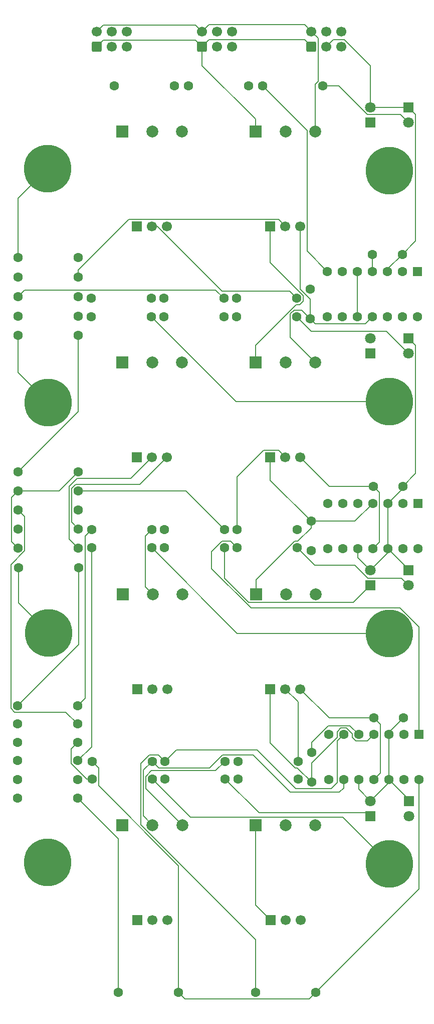
<source format=gbr>
%TF.GenerationSoftware,KiCad,Pcbnew,9.0.7*%
%TF.CreationDate,2026-02-08T19:28:40+11:00*%
%TF.ProjectId,attenuverter,61747465-6e75-4766-9572-7465722e6b69,rev?*%
%TF.SameCoordinates,Original*%
%TF.FileFunction,Copper,L2,Bot*%
%TF.FilePolarity,Positive*%
%FSLAX46Y46*%
G04 Gerber Fmt 4.6, Leading zero omitted, Abs format (unit mm)*
G04 Created by KiCad (PCBNEW 9.0.7) date 2026-02-08 19:28:40*
%MOMM*%
%LPD*%
G01*
G04 APERTURE LIST*
G04 Aperture macros list*
%AMRoundRect*
0 Rectangle with rounded corners*
0 $1 Rounding radius*
0 $2 $3 $4 $5 $6 $7 $8 $9 X,Y pos of 4 corners*
0 Add a 4 corners polygon primitive as box body*
4,1,4,$2,$3,$4,$5,$6,$7,$8,$9,$2,$3,0*
0 Add four circle primitives for the rounded corners*
1,1,$1+$1,$2,$3*
1,1,$1+$1,$4,$5*
1,1,$1+$1,$6,$7*
1,1,$1+$1,$8,$9*
0 Add four rect primitives between the rounded corners*
20,1,$1+$1,$2,$3,$4,$5,0*
20,1,$1+$1,$4,$5,$6,$7,0*
20,1,$1+$1,$6,$7,$8,$9,0*
20,1,$1+$1,$8,$9,$2,$3,0*%
G04 Aperture macros list end*
%TA.AperFunction,ComponentPad*%
%ADD10C,1.600000*%
%TD*%
%TA.AperFunction,ComponentPad*%
%ADD11R,2.000000X2.000000*%
%TD*%
%TA.AperFunction,ComponentPad*%
%ADD12C,2.000000*%
%TD*%
%TA.AperFunction,ComponentPad*%
%ADD13R,1.800000X1.800000*%
%TD*%
%TA.AperFunction,ComponentPad*%
%ADD14C,1.800000*%
%TD*%
%TA.AperFunction,ComponentPad*%
%ADD15RoundRect,0.250000X-0.550000X0.550000X-0.550000X-0.550000X0.550000X-0.550000X0.550000X0.550000X0*%
%TD*%
%TA.AperFunction,ComponentPad*%
%ADD16RoundRect,0.250000X0.600000X-0.600000X0.600000X0.600000X-0.600000X0.600000X-0.600000X-0.600000X0*%
%TD*%
%TA.AperFunction,ComponentPad*%
%ADD17C,1.700000*%
%TD*%
%TA.AperFunction,ComponentPad*%
%ADD18C,8.000000*%
%TD*%
%TA.AperFunction,ComponentPad*%
%ADD19R,1.700000X1.700000*%
%TD*%
%TA.AperFunction,Conductor*%
%ADD20C,0.200000*%
%TD*%
G04 APERTURE END LIST*
D10*
%TO.P,R18,1*%
%TO.N,Net-(J13-Pin_3)*%
X32480000Y-102800000D03*
%TO.P,R18,2*%
%TO.N,Net-(U3A--)*%
X22320000Y-102800000D03*
%TD*%
D11*
%TO.P,J10,1,Pin_1*%
%TO.N,12V*%
X62428400Y-77900000D03*
D12*
%TO.P,J10,2,Pin_2*%
%TO.N,Net-(J10-Pin_2)*%
X67508400Y-77900000D03*
%TO.P,J10,3,Pin_3*%
%TO.N,-12V*%
X72508400Y-77900000D03*
%TD*%
D10*
%TO.P,R16,1*%
%TO.N,Net-(U2C--)*%
X22200000Y-135800000D03*
%TO.P,R16,2*%
%TO.N,Net-(R16-Pad2)*%
X32360000Y-135800000D03*
%TD*%
%TO.P,C6,1*%
%TO.N,-12V*%
X82400000Y-137900000D03*
%TO.P,C6,2*%
%TO.N,GND*%
X87400000Y-137900000D03*
%TD*%
%TO.P,R7,1*%
%TO.N,Net-(U1B--)*%
X22300000Y-70100000D03*
%TO.P,R7,2*%
%TO.N,Net-(R29-Pad1)*%
X32460000Y-70100000D03*
%TD*%
%TO.P,R26,1*%
%TO.N,Net-(R23-Pad2)*%
X72580000Y-184200000D03*
%TO.P,R26,2*%
%TO.N,Net-(U3B--)*%
X62420000Y-184200000D03*
%TD*%
%TO.P,R27,1*%
%TO.N,Net-(U3B--)*%
X22220000Y-148255600D03*
%TO.P,R27,2*%
%TO.N,Net-(J18-Pin_2)*%
X32380000Y-148255600D03*
%TD*%
%TO.P,R5,1*%
%TO.N,Net-(U1B--)*%
X22300000Y-63500000D03*
%TO.P,R5,2*%
%TO.N,Net-(J6-Pin_2)*%
X32460000Y-63500000D03*
%TD*%
%TO.P,R13,1*%
%TO.N,Net-(U2B--)*%
X69500000Y-106100000D03*
%TO.P,R13,2*%
%TO.N,Net-(J10-Pin_2)*%
X59340000Y-106100000D03*
%TD*%
%TO.P,R20,1*%
%TO.N,Net-(U3A--)*%
X59440000Y-145200000D03*
%TO.P,R20,2*%
%TO.N,Net-(J14-Pin_2)*%
X69600000Y-145200000D03*
%TD*%
D13*
%TO.P,D1,1,K*%
%TO.N,GND*%
X88236400Y-34899681D03*
D14*
%TO.P,D1,2,A*%
%TO.N,Net-(D1-A)*%
X88236400Y-37439681D03*
%TD*%
D10*
%TO.P,C1,1*%
%TO.N,GND*%
X87200000Y-59700000D03*
%TO.P,C1,2*%
%TO.N,12V*%
X82200000Y-59700000D03*
%TD*%
%TO.P,R19,1*%
%TO.N,Net-(R16-Pad2)*%
X22200000Y-138900000D03*
%TO.P,R19,2*%
%TO.N,Net-(U3A--)*%
X32360000Y-138900000D03*
%TD*%
D15*
%TO.P,U2,1*%
%TO.N,Net-(J9-Pin_3)*%
X89840000Y-101680000D03*
D10*
%TO.P,U2,2,-*%
%TO.N,Net-(J9-Pin_2)*%
X87300000Y-101680000D03*
%TO.P,U2,3,+*%
%TO.N,GND*%
X84760000Y-101680000D03*
%TO.P,U2,4,V+*%
%TO.N,12V*%
X82220000Y-101680000D03*
%TO.P,U2,5,+*%
%TO.N,GND*%
X79680000Y-101680000D03*
%TO.P,U2,6,-*%
%TO.N,Net-(U2B--)*%
X77140000Y-101680000D03*
%TO.P,U2,7*%
%TO.N,Net-(R14-Pad2)*%
X74600000Y-101680000D03*
%TO.P,U2,8*%
%TO.N,Net-(R16-Pad2)*%
X74600000Y-109300000D03*
%TO.P,U2,9,-*%
%TO.N,Net-(U2C--)*%
X77140000Y-109300000D03*
%TO.P,U2,10,+*%
%TO.N,GND*%
X79680000Y-109300000D03*
%TO.P,U2,11,V-*%
%TO.N,-12V*%
X82220000Y-109300000D03*
%TO.P,U2,12,+*%
%TO.N,GND*%
X84760000Y-109300000D03*
%TO.P,U2,13,-*%
%TO.N,Net-(J13-Pin_2)*%
X87300000Y-109300000D03*
%TO.P,U2,14*%
%TO.N,Net-(J13-Pin_3)*%
X89840000Y-109300000D03*
%TD*%
%TO.P,R23,1*%
%TO.N,Net-(U3D--)*%
X39240000Y-184200000D03*
%TO.P,R23,2*%
%TO.N,Net-(R23-Pad2)*%
X49400000Y-184200000D03*
%TD*%
D13*
%TO.P,D7,1,K*%
%TO.N,GND*%
X88330800Y-151894000D03*
D14*
%TO.P,D7,2,A*%
%TO.N,Net-(D7-A)*%
X88330800Y-154434000D03*
%TD*%
D13*
%TO.P,D8,1,K*%
%TO.N,Net-(D8-K)*%
X81828400Y-154439000D03*
D14*
%TO.P,D8,2,A*%
%TO.N,GND*%
X81828400Y-151899000D03*
%TD*%
D10*
%TO.P,R39,1*%
%TO.N,Net-(R28-Pad2)*%
X47140000Y-148200000D03*
%TO.P,R39,2*%
%TO.N,Net-(D8-K)*%
X57300000Y-148200000D03*
%TD*%
D16*
%TO.P,J2,1,Pin_1*%
%TO.N,12V*%
X53386000Y-24646800D03*
D17*
%TO.P,J2,2,Pin_2*%
%TO.N,-12V*%
X53386000Y-22106800D03*
%TO.P,J2,3,Pin_3*%
%TO.N,GND*%
X55926000Y-24646800D03*
%TO.P,J2,4,Pin_4*%
X55926000Y-22106800D03*
%TO.P,J2,5,Pin_5*%
%TO.N,5V*%
X58466000Y-24646800D03*
%TO.P,J2,6,Pin_6*%
%TO.N,unconnected-(J2-Pin_6-Pad6)*%
X58466000Y-22106800D03*
%TD*%
D18*
%TO.P,J19,1,Pin_1*%
%TO.N,Net-(J19-Pin_1)*%
X85079600Y-162536138D03*
%TD*%
D10*
%TO.P,R6,1*%
%TO.N,Net-(R2-Pad2)*%
X46920000Y-67100000D03*
%TO.P,R6,2*%
%TO.N,Net-(U1B--)*%
X57080000Y-67100000D03*
%TD*%
%TO.P,R22,1*%
%TO.N,Net-(J16-Pin_1)*%
X22200000Y-151386000D03*
%TO.P,R22,2*%
%TO.N,Net-(U3D--)*%
X32360000Y-151386000D03*
%TD*%
D19*
%TO.P,RV4,1,1*%
%TO.N,12V*%
X64928400Y-93900000D03*
D17*
%TO.P,RV4,2,2*%
%TO.N,Net-(J10-Pin_2)*%
X67468400Y-93900000D03*
%TO.P,RV4,3,3*%
%TO.N,-12V*%
X70008400Y-93900000D03*
%TD*%
D10*
%TO.P,C3,1*%
%TO.N,GND*%
X71800000Y-109700000D03*
%TO.P,C3,2*%
%TO.N,12V*%
X71800000Y-104700000D03*
%TD*%
D13*
%TO.P,D6,1,K*%
%TO.N,Net-(D6-K)*%
X81795200Y-115535200D03*
D14*
%TO.P,D6,2,A*%
%TO.N,GND*%
X81795200Y-112995200D03*
%TD*%
D18*
%TO.P,J15,1,Pin_1*%
%TO.N,Net-(J15-Pin_1)*%
X85048109Y-123652826D03*
%TD*%
D10*
%TO.P,R32,1*%
%TO.N,Net-(D3-A)*%
X69400000Y-70200000D03*
%TO.P,R32,2*%
%TO.N,Net-(R14-Pad2)*%
X59240000Y-70200000D03*
%TD*%
D16*
%TO.P,J1,1,Pin_1*%
%TO.N,12V*%
X35560000Y-24700000D03*
D17*
%TO.P,J1,2,Pin_2*%
%TO.N,-12V*%
X35560000Y-22160000D03*
%TO.P,J1,3,Pin_3*%
%TO.N,GND*%
X38100000Y-24700000D03*
%TO.P,J1,4,Pin_4*%
X38100000Y-22160000D03*
%TO.P,J1,5,Pin_5*%
%TO.N,5V*%
X40640000Y-24700000D03*
%TO.P,J1,6,Pin_6*%
%TO.N,unconnected-(J1-Pin_6-Pad6)*%
X40640000Y-22160000D03*
%TD*%
D18*
%TO.P,J7,1,Pin_1*%
%TO.N,Net-(J7-Pin_1)*%
X85007313Y-45573630D03*
%TD*%
D10*
%TO.P,R2,1*%
%TO.N,Net-(U1D--)*%
X34640000Y-67100000D03*
%TO.P,R2,2*%
%TO.N,Net-(R2-Pad2)*%
X44800000Y-67100000D03*
%TD*%
D13*
%TO.P,D4,1,K*%
%TO.N,Net-(D4-K)*%
X81806800Y-76380800D03*
D14*
%TO.P,D4,2,A*%
%TO.N,GND*%
X81806800Y-73840800D03*
%TD*%
D18*
%TO.P,J16,1,Pin_1*%
%TO.N,Net-(J16-Pin_1)*%
X27320000Y-162282138D03*
%TD*%
D15*
%TO.P,U1,1*%
%TO.N,Net-(J5-Pin_3)*%
X89815000Y-62590000D03*
D10*
%TO.P,U1,2,-*%
%TO.N,Net-(J5-Pin_2)*%
X87275000Y-62590000D03*
%TO.P,U1,3,+*%
%TO.N,GND*%
X84735000Y-62590000D03*
%TO.P,U1,4,V+*%
%TO.N,12V*%
X82195000Y-62590000D03*
%TO.P,U1,5,+*%
%TO.N,GND*%
X79655000Y-62590000D03*
%TO.P,U1,6,-*%
%TO.N,Net-(U1B--)*%
X77115000Y-62590000D03*
%TO.P,U1,7*%
%TO.N,Net-(R29-Pad1)*%
X74575000Y-62590000D03*
%TO.P,U1,8*%
%TO.N,Net-(R10-Pad1)*%
X74575000Y-70210000D03*
%TO.P,U1,9,-*%
%TO.N,Net-(U1C--)*%
X77115000Y-70210000D03*
%TO.P,U1,10,+*%
%TO.N,GND*%
X79655000Y-70210000D03*
%TO.P,U1,11,V-*%
%TO.N,-12V*%
X82195000Y-70210000D03*
%TO.P,U1,12,+*%
%TO.N,GND*%
X84735000Y-70210000D03*
%TO.P,U1,13,-*%
%TO.N,Net-(U1D--)*%
X87275000Y-70210000D03*
%TO.P,U1,14*%
%TO.N,Net-(R2-Pad2)*%
X89815000Y-70210000D03*
%TD*%
D19*
%TO.P,RV5,1,1*%
%TO.N,unconnected-(RV5-Pad1)*%
X42478400Y-133055600D03*
D17*
%TO.P,RV5,2,2*%
%TO.N,Net-(J13-Pin_2)*%
X45018400Y-133055600D03*
%TO.P,RV5,3,3*%
%TO.N,Net-(J13-Pin_3)*%
X47558400Y-133055600D03*
%TD*%
D10*
%TO.P,R30,1*%
%TO.N,Net-(D1-A)*%
X73780000Y-31300000D03*
%TO.P,R30,2*%
%TO.N,Net-(R29-Pad1)*%
X63620000Y-31300000D03*
%TD*%
D11*
%TO.P,J18,1,Pin_1*%
%TO.N,12V*%
X62450000Y-155955600D03*
D12*
%TO.P,J18,2,Pin_2*%
%TO.N,Net-(J18-Pin_2)*%
X67530000Y-155955600D03*
%TO.P,J18,3,Pin_3*%
%TO.N,-12V*%
X72530000Y-155955600D03*
%TD*%
D10*
%TO.P,R38,1*%
%TO.N,Net-(D7-A)*%
X69600000Y-148200000D03*
%TO.P,R38,2*%
%TO.N,Net-(R28-Pad2)*%
X59440000Y-148200000D03*
%TD*%
%TO.P,R11,1*%
%TO.N,Net-(J9-Pin_3)*%
X32480000Y-106000000D03*
%TO.P,R11,2*%
%TO.N,Net-(U2B--)*%
X22320000Y-106000000D03*
%TD*%
D19*
%TO.P,RV8,1,1*%
%TO.N,12V*%
X64950000Y-171955600D03*
D17*
%TO.P,RV8,2,2*%
%TO.N,Net-(J18-Pin_2)*%
X67490000Y-171955600D03*
%TO.P,RV8,3,3*%
%TO.N,-12V*%
X70030000Y-171955600D03*
%TD*%
D16*
%TO.P,J3,1,Pin_1*%
%TO.N,12V*%
X71860000Y-24646800D03*
D17*
%TO.P,J3,2,Pin_2*%
%TO.N,-12V*%
X71860000Y-22106800D03*
%TO.P,J3,3,Pin_3*%
%TO.N,GND*%
X74400000Y-24646800D03*
%TO.P,J3,4,Pin_4*%
X74400000Y-22106800D03*
%TO.P,J3,5,Pin_5*%
%TO.N,5V*%
X76940000Y-24646800D03*
%TO.P,J3,6,Pin_6*%
%TO.N,unconnected-(J3-Pin_6-Pad6)*%
X76940000Y-22106800D03*
%TD*%
D19*
%TO.P,RV6,1,1*%
%TO.N,12V*%
X64918400Y-133055600D03*
D17*
%TO.P,RV6,2,2*%
%TO.N,Net-(J14-Pin_2)*%
X67458400Y-133055600D03*
%TO.P,RV6,3,3*%
%TO.N,-12V*%
X69998400Y-133055600D03*
%TD*%
D18*
%TO.P,J8,1,Pin_1*%
%TO.N,Net-(J8-Pin_1)*%
X27349200Y-84661200D03*
%TD*%
D10*
%TO.P,R9,1*%
%TO.N,Net-(U1C--)*%
X22300000Y-96400000D03*
%TO.P,R9,2*%
%TO.N,Net-(R10-Pad1)*%
X32460000Y-96400000D03*
%TD*%
D18*
%TO.P,J4,1,Pin_1*%
%TO.N,Net-(J4-Pin_1)*%
X27276400Y-45270648D03*
%TD*%
D11*
%TO.P,J14,1,Pin_1*%
%TO.N,12V*%
X62518400Y-117055600D03*
D12*
%TO.P,J14,2,Pin_2*%
%TO.N,Net-(J14-Pin_2)*%
X67598400Y-117055600D03*
%TO.P,J14,3,Pin_3*%
%TO.N,-12V*%
X72598400Y-117055600D03*
%TD*%
D10*
%TO.P,R33,1*%
%TO.N,Net-(R14-Pad2)*%
X46940000Y-70200000D03*
%TO.P,R33,2*%
%TO.N,Net-(D4-K)*%
X57100000Y-70200000D03*
%TD*%
D15*
%TO.P,U3,1*%
%TO.N,Net-(R21-Pad2)*%
X90015000Y-140690000D03*
D10*
%TO.P,U3,2,-*%
%TO.N,Net-(U3A--)*%
X87475000Y-140690000D03*
%TO.P,U3,3,+*%
%TO.N,GND*%
X84935000Y-140690000D03*
%TO.P,U3,4,V+*%
%TO.N,12V*%
X82395000Y-140690000D03*
%TO.P,U3,5,+*%
%TO.N,GND*%
X79855000Y-140690000D03*
%TO.P,U3,6,-*%
%TO.N,Net-(U3B--)*%
X77315000Y-140690000D03*
%TO.P,U3,7*%
%TO.N,Net-(R28-Pad2)*%
X74775000Y-140690000D03*
%TO.P,U3,8*%
%TO.N,Net-(J17-Pin_3)*%
X74775000Y-148310000D03*
%TO.P,U3,9,-*%
%TO.N,Net-(J17-Pin_2)*%
X77315000Y-148310000D03*
%TO.P,U3,10,+*%
%TO.N,GND*%
X79855000Y-148310000D03*
%TO.P,U3,11,V-*%
%TO.N,-12V*%
X82395000Y-148310000D03*
%TO.P,U3,12,+*%
%TO.N,GND*%
X84935000Y-148310000D03*
%TO.P,U3,13,-*%
%TO.N,Net-(U3D--)*%
X87475000Y-148310000D03*
%TO.P,U3,14*%
%TO.N,Net-(R23-Pad2)*%
X90015000Y-148310000D03*
%TD*%
%TO.P,R24,1*%
%TO.N,Net-(R23-Pad2)*%
X34800000Y-145200000D03*
%TO.P,R24,2*%
%TO.N,Net-(J17-Pin_2)*%
X44960000Y-145200000D03*
%TD*%
%TO.P,R31,1*%
%TO.N,Net-(J7-Pin_1)*%
X48700000Y-31300000D03*
%TO.P,R31,2*%
%TO.N,Net-(R29-Pad1)*%
X38540000Y-31300000D03*
%TD*%
D11*
%TO.P,J5,1,Pin_1*%
%TO.N,unconnected-(J5-Pin_1-Pad1)*%
X39906400Y-38965448D03*
D12*
%TO.P,J5,2,Pin_2*%
%TO.N,Net-(J5-Pin_2)*%
X44986400Y-38965448D03*
%TO.P,J5,3,Pin_3*%
%TO.N,Net-(J5-Pin_3)*%
X49986400Y-38965448D03*
%TD*%
D19*
%TO.P,RV1,1,1*%
%TO.N,unconnected-(RV1-Pad1)*%
X42366400Y-54965448D03*
D17*
%TO.P,RV1,2,2*%
%TO.N,Net-(J5-Pin_2)*%
X44906400Y-54965448D03*
%TO.P,RV1,3,3*%
%TO.N,Net-(J5-Pin_3)*%
X47446400Y-54965448D03*
%TD*%
D10*
%TO.P,R29,1*%
%TO.N,Net-(R29-Pad1)*%
X51120000Y-31300000D03*
%TO.P,R29,2*%
%TO.N,Net-(D2-K)*%
X61280000Y-31300000D03*
%TD*%
%TO.P,R10,1*%
%TO.N,Net-(R10-Pad1)*%
X22340000Y-109255600D03*
%TO.P,R10,2*%
%TO.N,Net-(J9-Pin_2)*%
X32500000Y-109255600D03*
%TD*%
%TO.P,R8,1*%
%TO.N,Net-(J8-Pin_1)*%
X22320000Y-73383600D03*
%TO.P,R8,2*%
%TO.N,Net-(U1C--)*%
X32480000Y-73383600D03*
%TD*%
%TO.P,R25,1*%
%TO.N,Net-(J17-Pin_3)*%
X57280000Y-145200000D03*
%TO.P,R25,2*%
%TO.N,Net-(U3B--)*%
X47120000Y-145200000D03*
%TD*%
%TO.P,R3,1*%
%TO.N,Net-(R2-Pad2)*%
X59240000Y-67100000D03*
%TO.P,R3,2*%
%TO.N,Net-(J5-Pin_2)*%
X69400000Y-67100000D03*
%TD*%
D19*
%TO.P,RV7,1,1*%
%TO.N,unconnected-(RV7-Pad1)*%
X42410000Y-171955600D03*
D17*
%TO.P,RV7,2,2*%
%TO.N,Net-(J17-Pin_2)*%
X44950000Y-171955600D03*
%TO.P,RV7,3,3*%
%TO.N,Net-(J17-Pin_3)*%
X47490000Y-171955600D03*
%TD*%
D10*
%TO.P,R17,1*%
%TO.N,Net-(R16-Pad2)*%
X34740000Y-106100000D03*
%TO.P,R17,2*%
%TO.N,Net-(J13-Pin_2)*%
X44900000Y-106100000D03*
%TD*%
%TO.P,R12,1*%
%TO.N,Net-(R10-Pad1)*%
X22300000Y-99600000D03*
%TO.P,R12,2*%
%TO.N,Net-(U2B--)*%
X32460000Y-99600000D03*
%TD*%
D19*
%TO.P,RV2,1,1*%
%TO.N,12V*%
X64906400Y-54965448D03*
D17*
%TO.P,RV2,2,2*%
%TO.N,Net-(J6-Pin_2)*%
X67446400Y-54965448D03*
%TO.P,RV2,3,3*%
%TO.N,-12V*%
X69986400Y-54965448D03*
%TD*%
D10*
%TO.P,C2,1*%
%TO.N,-12V*%
X71700000Y-70600000D03*
%TO.P,C2,2*%
%TO.N,GND*%
X71700000Y-65600000D03*
%TD*%
%TO.P,R21,1*%
%TO.N,Net-(U3A--)*%
X22220000Y-145100000D03*
%TO.P,R21,2*%
%TO.N,Net-(R21-Pad2)*%
X32380000Y-145100000D03*
%TD*%
%TO.P,R4,1*%
%TO.N,Net-(J5-Pin_3)*%
X32460000Y-66800000D03*
%TO.P,R4,2*%
%TO.N,Net-(U1B--)*%
X22300000Y-66800000D03*
%TD*%
%TO.P,C5,1*%
%TO.N,GND*%
X71900000Y-143700000D03*
%TO.P,C5,2*%
%TO.N,12V*%
X71900000Y-148700000D03*
%TD*%
%TO.P,R40,1*%
%TO.N,Net-(J19-Pin_1)*%
X44960000Y-148200000D03*
%TO.P,R40,2*%
%TO.N,Net-(R28-Pad2)*%
X34800000Y-148200000D03*
%TD*%
%TO.P,R34,1*%
%TO.N,Net-(J11-Pin_1)*%
X44800000Y-70200000D03*
%TO.P,R34,2*%
%TO.N,Net-(R14-Pad2)*%
X34640000Y-70200000D03*
%TD*%
%TO.P,R36,1*%
%TO.N,Net-(R21-Pad2)*%
X47040000Y-109200000D03*
%TO.P,R36,2*%
%TO.N,Net-(D6-K)*%
X57200000Y-109200000D03*
%TD*%
%TO.P,R1,1*%
%TO.N,Net-(J4-Pin_1)*%
X22320000Y-60200000D03*
%TO.P,R1,2*%
%TO.N,Net-(U1D--)*%
X32480000Y-60200000D03*
%TD*%
D18*
%TO.P,J11,1,Pin_1*%
%TO.N,Net-(J11-Pin_1)*%
X85007200Y-84559600D03*
%TD*%
D10*
%TO.P,R15,1*%
%TO.N,Net-(J12-Pin_1)*%
X22359200Y-112538000D03*
%TO.P,R15,2*%
%TO.N,Net-(U2C--)*%
X32519200Y-112538000D03*
%TD*%
%TO.P,R35,1*%
%TO.N,Net-(D5-A)*%
X69480000Y-109200000D03*
%TO.P,R35,2*%
%TO.N,Net-(R21-Pad2)*%
X59320000Y-109200000D03*
%TD*%
%TO.P,R37,1*%
%TO.N,Net-(J15-Pin_1)*%
X44880000Y-109200000D03*
%TO.P,R37,2*%
%TO.N,Net-(R21-Pad2)*%
X34720000Y-109200000D03*
%TD*%
D11*
%TO.P,J13,1,Pin_1*%
%TO.N,unconnected-(J13-Pin_1-Pad1)*%
X40018400Y-117055600D03*
D12*
%TO.P,J13,2,Pin_2*%
%TO.N,Net-(J13-Pin_2)*%
X45098400Y-117055600D03*
%TO.P,J13,3,Pin_3*%
%TO.N,Net-(J13-Pin_3)*%
X50098400Y-117055600D03*
%TD*%
D18*
%TO.P,J12,1,Pin_1*%
%TO.N,Net-(J12-Pin_1)*%
X27439200Y-123561600D03*
%TD*%
D10*
%TO.P,C4,1*%
%TO.N,-12V*%
X82300000Y-98800000D03*
%TO.P,C4,2*%
%TO.N,GND*%
X87300000Y-98800000D03*
%TD*%
D19*
%TO.P,RV3,1,1*%
%TO.N,unconnected-(RV3-Pad1)*%
X42388400Y-93900000D03*
D17*
%TO.P,RV3,2,2*%
%TO.N,Net-(J9-Pin_2)*%
X44928400Y-93900000D03*
%TO.P,RV3,3,3*%
%TO.N,Net-(J9-Pin_3)*%
X47468400Y-93900000D03*
%TD*%
D11*
%TO.P,J9,1,Pin_1*%
%TO.N,unconnected-(J9-Pin_1-Pad1)*%
X39928400Y-77900000D03*
D12*
%TO.P,J9,2,Pin_2*%
%TO.N,Net-(J9-Pin_2)*%
X45008400Y-77900000D03*
%TO.P,J9,3,Pin_3*%
%TO.N,Net-(J9-Pin_3)*%
X50008400Y-77900000D03*
%TD*%
D11*
%TO.P,J6,1,Pin_1*%
%TO.N,12V*%
X62406400Y-38965448D03*
D12*
%TO.P,J6,2,Pin_2*%
%TO.N,Net-(J6-Pin_2)*%
X67486400Y-38965448D03*
%TO.P,J6,3,Pin_3*%
%TO.N,-12V*%
X72486400Y-38965448D03*
%TD*%
D11*
%TO.P,J17,1,Pin_1*%
%TO.N,unconnected-(J17-Pin_1-Pad1)*%
X39950000Y-155955600D03*
D12*
%TO.P,J17,2,Pin_2*%
%TO.N,Net-(J17-Pin_2)*%
X45030000Y-155955600D03*
%TO.P,J17,3,Pin_3*%
%TO.N,Net-(J17-Pin_3)*%
X50030000Y-155955600D03*
%TD*%
D13*
%TO.P,D5,1,K*%
%TO.N,GND*%
X88275126Y-112995200D03*
D14*
%TO.P,D5,2,A*%
%TO.N,Net-(D5-A)*%
X88275126Y-115535200D03*
%TD*%
D10*
%TO.P,R14,1*%
%TO.N,Net-(U2B--)*%
X57200000Y-106100000D03*
%TO.P,R14,2*%
%TO.N,Net-(R14-Pad2)*%
X47040000Y-106100000D03*
%TD*%
D13*
%TO.P,D3,1,K*%
%TO.N,GND*%
X88258400Y-73840800D03*
D14*
%TO.P,D3,2,A*%
%TO.N,Net-(D3-A)*%
X88258400Y-76380800D03*
%TD*%
D10*
%TO.P,R28,1*%
%TO.N,Net-(U3B--)*%
X22200000Y-142000000D03*
%TO.P,R28,2*%
%TO.N,Net-(R28-Pad2)*%
X32360000Y-142000000D03*
%TD*%
D13*
%TO.P,D2,1,K*%
%TO.N,Net-(D2-K)*%
X81784800Y-37447448D03*
D14*
%TO.P,D2,2,A*%
%TO.N,GND*%
X81784800Y-34907448D03*
%TD*%
D20*
%TO.N,-12V*%
X36711000Y-21009000D02*
X52288200Y-21009000D01*
X72486400Y-31036550D02*
X72486400Y-38965448D01*
X71860000Y-22106800D02*
X73011000Y-23257800D01*
X69986400Y-54965448D02*
X69986400Y-65562250D01*
X74842800Y-137900000D02*
X82400000Y-137900000D01*
X83500000Y-139000000D02*
X83500000Y-147205000D01*
X68299000Y-73690600D02*
X72508400Y-77900000D01*
X71700000Y-70600000D02*
X72499999Y-71399999D01*
X72499999Y-71399999D02*
X81005001Y-71399999D01*
X70709000Y-20955800D02*
X71860000Y-22106800D01*
X70199000Y-69099000D02*
X68943950Y-69099000D01*
X74908400Y-98800000D02*
X70008400Y-93900000D01*
X81005001Y-71399999D02*
X82195000Y-70210000D01*
X52288200Y-21009000D02*
X53386000Y-22106800D01*
X82400000Y-137900000D02*
X83500000Y-139000000D01*
X82300000Y-98800000D02*
X74908400Y-98800000D01*
X83321000Y-99821000D02*
X83321000Y-108199000D01*
X83500000Y-147205000D02*
X82395000Y-148310000D01*
X69986400Y-65562250D02*
X71700000Y-67275850D01*
X73011000Y-30511950D02*
X72486400Y-31036550D01*
X53386000Y-22106800D02*
X54537000Y-20955800D01*
X68299000Y-69743950D02*
X68299000Y-73690600D01*
X54537000Y-20955800D02*
X70709000Y-20955800D01*
X68943950Y-69099000D02*
X68299000Y-69743950D01*
X73011000Y-23257800D02*
X73011000Y-30511950D01*
X69998400Y-133055600D02*
X74842800Y-137900000D01*
X71700000Y-67275850D02*
X71700000Y-70600000D01*
X35560000Y-22160000D02*
X36711000Y-21009000D01*
X82300000Y-98800000D02*
X83321000Y-99821000D01*
X71700000Y-70600000D02*
X70199000Y-69099000D01*
X83321000Y-108199000D02*
X82220000Y-109300000D01*
%TO.N,12V*%
X53386000Y-24646800D02*
X53386000Y-27853024D01*
X69532370Y-108099000D02*
X69023950Y-108099000D01*
X62428400Y-75047450D02*
X69274850Y-68201000D01*
X62450000Y-155955600D02*
X62450000Y-169455600D01*
X79200000Y-104700000D02*
X82220000Y-101680000D01*
X82200000Y-59700000D02*
X82200000Y-62585000D01*
X69143950Y-146301000D02*
X64918400Y-142075450D01*
X69274850Y-68201000D02*
X69856050Y-68201000D01*
X69023950Y-108099000D02*
X62518400Y-114604550D01*
X77771050Y-139589000D02*
X78754000Y-140571950D01*
X35560000Y-24700000D02*
X36711000Y-23549000D01*
X64906400Y-61049350D02*
X70501000Y-66643950D01*
X71900000Y-145460050D02*
X76214000Y-141146050D01*
X78754000Y-140571950D02*
X78754000Y-141146050D01*
X64928400Y-93900000D02*
X64928400Y-97828400D01*
X69856050Y-68201000D02*
X70501000Y-67556050D01*
X62450000Y-169455600D02*
X64950000Y-171955600D01*
X76214000Y-140233950D02*
X76858950Y-139589000D01*
X71800000Y-104700000D02*
X79200000Y-104700000D01*
X78754000Y-141146050D02*
X79398950Y-141791000D01*
X71800000Y-104700000D02*
X71800000Y-105831370D01*
X53386000Y-24646800D02*
X54537000Y-23495800D01*
X71800000Y-105831370D02*
X69532370Y-108099000D01*
X64928400Y-97828400D02*
X71800000Y-104700000D01*
X62428400Y-77900000D02*
X62428400Y-75047450D01*
X64918400Y-142075450D02*
X64918400Y-133055600D01*
X64906400Y-54965448D02*
X64906400Y-61049350D01*
X71900000Y-148700000D02*
X71900000Y-145460050D01*
X62518400Y-114604550D02*
X62518400Y-117055600D01*
X79398950Y-141791000D02*
X81294000Y-141791000D01*
X69501000Y-146301000D02*
X69143950Y-146301000D01*
X81294000Y-141791000D02*
X82395000Y-140690000D01*
X53386000Y-27853024D02*
X62406400Y-36873424D01*
X70501000Y-66643950D02*
X70501000Y-67556050D01*
X70709000Y-23495800D02*
X71860000Y-24646800D01*
X82200000Y-62585000D02*
X82195000Y-62590000D01*
X76214000Y-141146050D02*
X76214000Y-140233950D01*
X54537000Y-23495800D02*
X70709000Y-23495800D01*
X52288200Y-23549000D02*
X53386000Y-24646800D01*
X62406400Y-36873424D02*
X62406400Y-38965448D01*
X76858950Y-139589000D02*
X77771050Y-139589000D01*
X36711000Y-23549000D02*
X52288200Y-23549000D01*
X71900000Y-148700000D02*
X69501000Y-146301000D01*
%TO.N,Net-(J4-Pin_1)*%
X22320000Y-60200000D02*
X22320000Y-50227048D01*
X22320000Y-50227048D02*
X27276400Y-45270648D01*
%TO.N,Net-(J5-Pin_2)*%
X68200000Y-65900000D02*
X69400000Y-67100000D01*
X56753192Y-65900000D02*
X68200000Y-65900000D01*
X45818640Y-54965448D02*
X56753192Y-65900000D01*
X44906400Y-54965448D02*
X45818640Y-54965448D01*
%TO.N,Net-(U1B--)*%
X23401000Y-65699000D02*
X55679000Y-65699000D01*
X55679000Y-65699000D02*
X57080000Y-67100000D01*
X22300000Y-66800000D02*
X23401000Y-65699000D01*
%TO.N,Net-(U1C--)*%
X32480000Y-86220000D02*
X22300000Y-96400000D01*
X32480000Y-73383600D02*
X32480000Y-86220000D01*
%TO.N,Net-(J6-Pin_2)*%
X32460000Y-63500000D02*
X32460000Y-62368630D01*
X41014182Y-53814448D02*
X66295400Y-53814448D01*
X32460000Y-62368630D02*
X41014182Y-53814448D01*
X66295400Y-53814448D02*
X67446400Y-54965448D01*
%TO.N,Net-(J8-Pin_1)*%
X22320000Y-79632000D02*
X27349200Y-84661200D01*
X22320000Y-73383600D02*
X22320000Y-79632000D01*
%TO.N,Net-(J9-Pin_2)*%
X32500000Y-109255600D02*
X30958000Y-107713600D01*
X41327400Y-97501000D02*
X44928400Y-93900000D01*
X30958000Y-98842000D02*
X32299000Y-97501000D01*
X30958000Y-107713600D02*
X30958000Y-98842000D01*
X32299000Y-97501000D02*
X41327400Y-97501000D01*
%TO.N,Net-(J10-Pin_2)*%
X66317400Y-92749000D02*
X63777400Y-92749000D01*
X67468400Y-93900000D02*
X66317400Y-92749000D01*
X63777400Y-92749000D02*
X59340000Y-97186400D01*
X59340000Y-97186400D02*
X59340000Y-106100000D01*
%TO.N,Net-(J11-Pin_1)*%
X44800000Y-70200000D02*
X59159600Y-84559600D01*
X59159600Y-84559600D02*
X85007200Y-84559600D01*
%TO.N,Net-(J12-Pin_1)*%
X22359200Y-112538000D02*
X22359200Y-118481600D01*
X22359200Y-118481600D02*
X27439200Y-123561600D01*
%TO.N,Net-(J13-Pin_2)*%
X43779000Y-107221000D02*
X44900000Y-106100000D01*
X45098400Y-117055600D02*
X43779000Y-115736200D01*
X43779000Y-115736200D02*
X43779000Y-107221000D01*
%TO.N,Net-(J14-Pin_2)*%
X69600000Y-135197200D02*
X67458400Y-133055600D01*
X69600000Y-145200000D02*
X69600000Y-135197200D01*
%TO.N,Net-(J15-Pin_1)*%
X44880000Y-109200000D02*
X59332826Y-123652826D01*
X59332826Y-123652826D02*
X85048109Y-123652826D01*
%TO.N,Net-(J17-Pin_2)*%
X61999000Y-144099000D02*
X68300000Y-150400000D01*
X68300000Y-150400000D02*
X76600000Y-150400000D01*
X56823950Y-144099000D02*
X61999000Y-144099000D01*
X44960000Y-145200000D02*
X46061000Y-146301000D01*
X43458000Y-154383600D02*
X43458000Y-146702000D01*
X54621950Y-146301000D02*
X56823950Y-144099000D01*
X76600000Y-150400000D02*
X77315000Y-149685000D01*
X77315000Y-149685000D02*
X77315000Y-148310000D01*
X46061000Y-146301000D02*
X54621950Y-146301000D01*
X45030000Y-155955600D02*
X43458000Y-154383600D01*
X43458000Y-146702000D02*
X44960000Y-145200000D01*
%TO.N,Net-(J19-Pin_1)*%
X77198062Y-154654600D02*
X85079600Y-162536138D01*
X51414600Y-154654600D02*
X77198062Y-154654600D01*
X44960000Y-148200000D02*
X51414600Y-154654600D01*
%TO.N,Net-(R10-Pad1)*%
X22300000Y-99600000D02*
X29260000Y-99600000D01*
X29260000Y-99600000D02*
X32460000Y-96400000D01*
X21219000Y-108134600D02*
X22340000Y-109255600D01*
X21219000Y-100681000D02*
X21219000Y-108134600D01*
X22300000Y-99600000D02*
X21219000Y-100681000D01*
%TO.N,Net-(U2B--)*%
X50700000Y-99600000D02*
X32460000Y-99600000D01*
X57200000Y-106100000D02*
X50700000Y-99600000D01*
%TO.N,Net-(U2C--)*%
X32519200Y-112538000D02*
X32519200Y-125480800D01*
X32519200Y-125480800D02*
X22200000Y-135800000D01*
%TO.N,Net-(R16-Pad2)*%
X33619000Y-107221000D02*
X33619000Y-134541000D01*
X33619000Y-134541000D02*
X32360000Y-135800000D01*
X34740000Y-106100000D02*
X33619000Y-107221000D01*
%TO.N,Net-(U3A--)*%
X30361000Y-136901000D02*
X21743950Y-136901000D01*
X21099000Y-112053650D02*
X23441000Y-109711650D01*
X23441000Y-109711650D02*
X23441000Y-103921000D01*
X21099000Y-136256050D02*
X21099000Y-112053650D01*
X21743950Y-136901000D02*
X21099000Y-136256050D01*
X32360000Y-138900000D02*
X30361000Y-136901000D01*
X23441000Y-103921000D02*
X22320000Y-102800000D01*
%TO.N,Net-(U3D--)*%
X39240000Y-158266000D02*
X32360000Y-151386000D01*
X39240000Y-184200000D02*
X39240000Y-158266000D01*
%TO.N,Net-(R23-Pad2)*%
X35901000Y-146301000D02*
X34800000Y-145200000D01*
X35901000Y-149304600D02*
X35901000Y-146301000D01*
X49400000Y-184200000D02*
X49400000Y-162803600D01*
X90015000Y-166765000D02*
X90015000Y-148310000D01*
X72580000Y-184200000D02*
X90015000Y-166765000D01*
X49400000Y-184200000D02*
X50501000Y-185301000D01*
X50501000Y-185301000D02*
X71479000Y-185301000D01*
X49400000Y-162803600D02*
X35901000Y-149304600D01*
X71479000Y-185301000D02*
X72580000Y-184200000D01*
%TO.N,Net-(U3B--)*%
X44501000Y-144099000D02*
X43057000Y-145543000D01*
X76214000Y-148766050D02*
X76214000Y-141791000D01*
X62420000Y-175256500D02*
X62420000Y-184200000D01*
X49020000Y-143300000D02*
X62700000Y-143300000D01*
X47120000Y-145200000D02*
X46019000Y-144099000D01*
X43057000Y-145543000D02*
X43057000Y-155893500D01*
X75179050Y-149801000D02*
X76214000Y-148766050D01*
X43057000Y-155893500D02*
X62420000Y-175256500D01*
X76214000Y-141791000D02*
X77315000Y-140690000D01*
X46019000Y-144099000D02*
X44501000Y-144099000D01*
X47120000Y-145200000D02*
X49020000Y-143300000D01*
X69201000Y-149801000D02*
X75179050Y-149801000D01*
X62700000Y-143300000D02*
X69201000Y-149801000D01*
%TO.N,Net-(D1-A)*%
X76478881Y-31300000D02*
X81287329Y-36108448D01*
X81287329Y-36108448D02*
X86905167Y-36108448D01*
X73780000Y-31300000D02*
X76478881Y-31300000D01*
X86905167Y-36108448D02*
X88236400Y-37439681D01*
%TO.N,Net-(D3-A)*%
X84517400Y-72639800D02*
X88258400Y-76380800D01*
X71839800Y-72639800D02*
X84517400Y-72639800D01*
X69400000Y-70200000D02*
X71839800Y-72639800D01*
%TO.N,Net-(D6-K)*%
X78973800Y-118356600D02*
X81795200Y-115535200D01*
X57200000Y-109200000D02*
X57200000Y-114339200D01*
X57200000Y-114339200D02*
X61217400Y-118356600D01*
X61217400Y-118356600D02*
X78973800Y-118356600D01*
%TO.N,Net-(D8-K)*%
X63006600Y-153906600D02*
X81296000Y-153906600D01*
X57300000Y-148200000D02*
X63006600Y-153906600D01*
X81296000Y-153906600D02*
X81828400Y-154439000D01*
%TO.N,Net-(R29-Pad1)*%
X63620000Y-31300000D02*
X71137400Y-38817400D01*
X71137400Y-38817400D02*
X71137400Y-59152400D01*
X71137400Y-59152400D02*
X74575000Y-62590000D01*
%TO.N,Net-(R21-Pad2)*%
X55019400Y-112725700D02*
X61645526Y-119351826D01*
X58219000Y-108099000D02*
X56743950Y-108099000D01*
X86829642Y-119351826D02*
X90015000Y-122537184D01*
X55019400Y-109823550D02*
X55019400Y-112725700D01*
X56743950Y-108099000D02*
X55019400Y-109823550D01*
X59320000Y-109200000D02*
X58219000Y-108099000D01*
X34720000Y-109200000D02*
X34720000Y-142760000D01*
X34720000Y-142760000D02*
X32380000Y-145100000D01*
X61645526Y-119351826D02*
X86829642Y-119351826D01*
X90015000Y-122537184D02*
X90015000Y-140690000D01*
%TO.N,Net-(R28-Pad2)*%
X33881450Y-148200000D02*
X34800000Y-148200000D01*
X32360000Y-142000000D02*
X31279000Y-143081000D01*
X31279000Y-145597550D02*
X33881450Y-148200000D01*
X31279000Y-143081000D02*
X31279000Y-145597550D01*
%TO.N,GND*%
X79855000Y-149925600D02*
X81828400Y-151899000D01*
X84760000Y-101680000D02*
X87300000Y-99140000D01*
X74400000Y-24646800D02*
X75551000Y-23495800D01*
X84735000Y-62165000D02*
X84735000Y-62590000D01*
X84760000Y-110030400D02*
X84760000Y-109300000D01*
X71900000Y-142007950D02*
X71900000Y-143700000D01*
X77416760Y-23495800D02*
X81784800Y-27863840D01*
X75551000Y-23495800D02*
X77416760Y-23495800D01*
X87200000Y-59700000D02*
X84735000Y-62165000D01*
X79855000Y-140690000D02*
X78353000Y-139188000D01*
X84760000Y-101680000D02*
X84760000Y-109300000D01*
X87400000Y-137900000D02*
X84935000Y-140365000D01*
X79655000Y-62590000D02*
X79655000Y-70210000D01*
X89459400Y-96640600D02*
X89459400Y-75041800D01*
X87300000Y-99140000D02*
X87300000Y-98800000D01*
X84935000Y-148792400D02*
X84935000Y-148310000D01*
X79855000Y-148310000D02*
X79855000Y-149925600D01*
X84935000Y-140690000D02*
X84935000Y-148310000D01*
X74719950Y-139188000D02*
X71900000Y-142007950D01*
X79680000Y-110880000D02*
X81795200Y-112995200D01*
X88236400Y-34899681D02*
X89437400Y-36100681D01*
X81784800Y-27863840D02*
X81784800Y-34907448D01*
X78353000Y-139188000D02*
X74719950Y-139188000D01*
X89437400Y-36100681D02*
X89437400Y-57462600D01*
X88228633Y-34907448D02*
X88236400Y-34899681D01*
X88330800Y-151705800D02*
X88330800Y-151894000D01*
X81795200Y-112995200D02*
X84760000Y-110030400D01*
X87300000Y-98800000D02*
X89459400Y-96640600D01*
X89459400Y-75041800D02*
X88258400Y-73840800D01*
X89437400Y-57462600D02*
X87200000Y-59700000D01*
X79680000Y-109300000D02*
X79680000Y-110880000D01*
X84935000Y-148310000D02*
X88330800Y-151705800D01*
X88275126Y-112815126D02*
X88275126Y-112995200D01*
X84760000Y-109300000D02*
X88275126Y-112815126D01*
X81784800Y-34907448D02*
X88228633Y-34907448D01*
X81828400Y-151899000D02*
X84935000Y-148792400D01*
X84935000Y-140365000D02*
X84935000Y-140690000D01*
%TO.N,Net-(J9-Pin_3)*%
X31359000Y-99143950D02*
X31359000Y-104879000D01*
X32003950Y-98499000D02*
X31359000Y-99143950D01*
X31359000Y-104879000D02*
X32480000Y-106000000D01*
X42869400Y-98499000D02*
X32003950Y-98499000D01*
X47468400Y-93900000D02*
X42869400Y-98499000D01*
%TO.N,Net-(J17-Pin_3)*%
X57280000Y-145200000D02*
X55680000Y-146800000D01*
X55680000Y-146800000D02*
X44802950Y-146800000D01*
X43859000Y-149784600D02*
X43859000Y-147743950D01*
X44802950Y-146800000D02*
X43859000Y-147743950D01*
X50030000Y-155955600D02*
X43859000Y-149784600D01*
%TO.N,Net-(D5-A)*%
X72384600Y-112104600D02*
X79206129Y-112104600D01*
X79206129Y-112104600D02*
X81435729Y-114334200D01*
X69480000Y-109200000D02*
X72384600Y-112104600D01*
X87074126Y-114334200D02*
X88275126Y-115535200D01*
X81435729Y-114334200D02*
X87074126Y-114334200D01*
%TD*%
M02*

</source>
